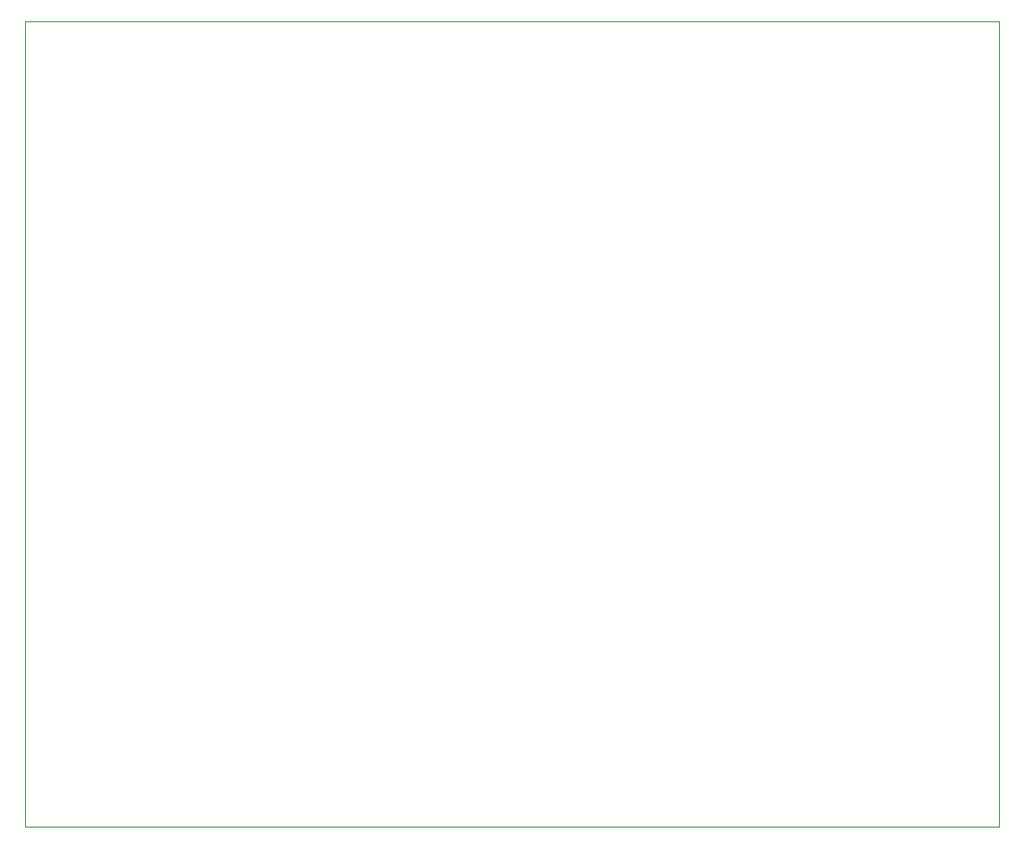
<source format=gbr>
%TF.GenerationSoftware,KiCad,Pcbnew,(6.0.5)*%
%TF.CreationDate,2022-11-22T17:26:59+01:00*%
%TF.ProjectId,VFOsys_FCY_2,56464f73-7973-45f4-9643-595f322e6b69,rev?*%
%TF.SameCoordinates,Original*%
%TF.FileFunction,Profile,NP*%
%FSLAX45Y45*%
G04 Gerber Fmt 4.5, Leading zero omitted, Abs format (unit mm)*
G04 Created by KiCad (PCBNEW (6.0.5)) date 2022-11-22 17:26:59*
%MOMM*%
%LPD*%
G01*
G04 APERTURE LIST*
%TA.AperFunction,Profile*%
%ADD10C,0.100000*%
%TD*%
G04 APERTURE END LIST*
D10*
X10160000Y-13843000D02*
X10160000Y-6477000D01*
X19062700Y-6477000D02*
X19062700Y-13843000D01*
X10160000Y-6477000D02*
X19062700Y-6477000D01*
X19062700Y-13843000D02*
X10160000Y-13843000D01*
M02*

</source>
